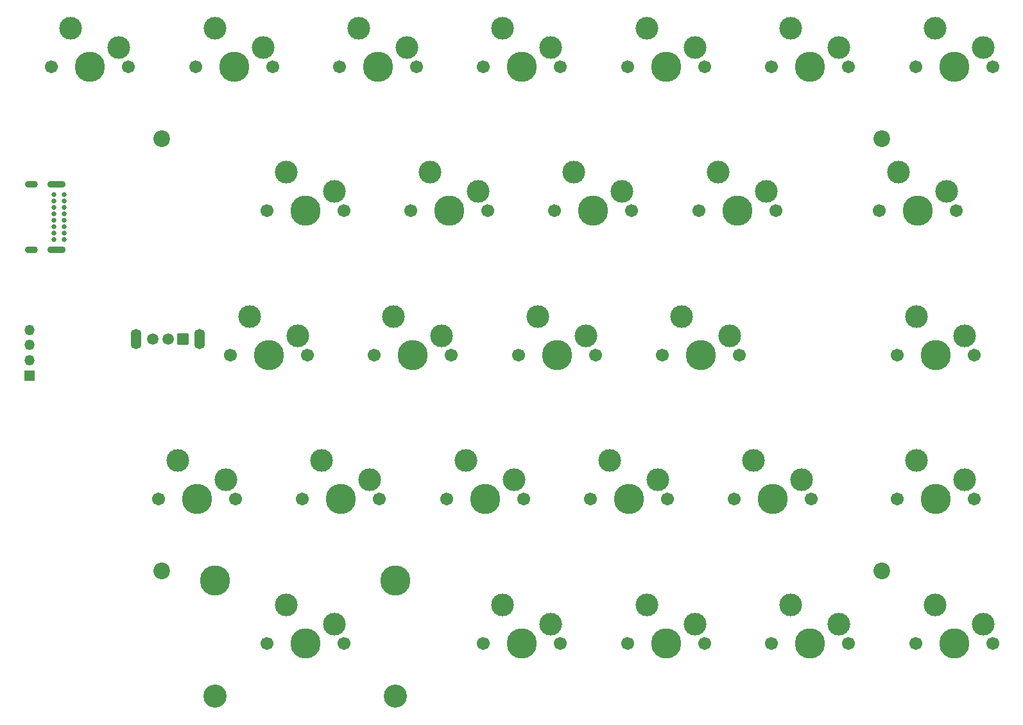
<source format=gbr>
%TF.GenerationSoftware,KiCad,Pcbnew,7.0.7*%
%TF.CreationDate,2024-02-18T16:08:08+01:00*%
%TF.ProjectId,kingslayer-28,6b696e67-736c-4617-9965-722d32382e6b,rev?*%
%TF.SameCoordinates,Original*%
%TF.FileFunction,Soldermask,Bot*%
%TF.FilePolarity,Negative*%
%FSLAX46Y46*%
G04 Gerber Fmt 4.6, Leading zero omitted, Abs format (unit mm)*
G04 Created by KiCad (PCBNEW 7.0.7) date 2024-02-18 16:08:08*
%MOMM*%
%LPD*%
G01*
G04 APERTURE LIST*
G04 Aperture macros list*
%AMRoundRect*
0 Rectangle with rounded corners*
0 $1 Rounding radius*
0 $2 $3 $4 $5 $6 $7 $8 $9 X,Y pos of 4 corners*
0 Add a 4 corners polygon primitive as box body*
4,1,4,$2,$3,$4,$5,$6,$7,$8,$9,$2,$3,0*
0 Add four circle primitives for the rounded corners*
1,1,$1+$1,$2,$3*
1,1,$1+$1,$4,$5*
1,1,$1+$1,$6,$7*
1,1,$1+$1,$8,$9*
0 Add four rect primitives between the rounded corners*
20,1,$1+$1,$2,$3,$4,$5,0*
20,1,$1+$1,$4,$5,$6,$7,0*
20,1,$1+$1,$6,$7,$8,$9,0*
20,1,$1+$1,$8,$9,$2,$3,0*%
G04 Aperture macros list end*
%ADD10C,0.650000*%
%ADD11O,2.400000X0.900000*%
%ADD12O,1.700000X0.900000*%
%ADD13R,1.350000X1.350000*%
%ADD14O,1.350000X1.350000*%
%ADD15RoundRect,0.102000X0.654000X0.654000X-0.654000X0.654000X-0.654000X-0.654000X0.654000X-0.654000X0*%
%ADD16C,1.512000*%
%ADD17O,1.434000X2.664000*%
%ADD18C,1.701800*%
%ADD19C,3.000000*%
%ADD20C,3.987800*%
%ADD21C,2.200000*%
%ADD22C,3.048000*%
G04 APERTURE END LIST*
D10*
%TO.C,USB1*%
X85652848Y-71624800D03*
X85652848Y-72474800D03*
X85652848Y-73324800D03*
X85652848Y-74174800D03*
X85652848Y-75024800D03*
X85652848Y-75874800D03*
X85652848Y-76724800D03*
X85652848Y-77574800D03*
X84327848Y-77579800D03*
X84327848Y-76729800D03*
X84327848Y-75879800D03*
X84327848Y-75029800D03*
X84327848Y-74179800D03*
X84327848Y-73329800D03*
X84327848Y-72479800D03*
X84327848Y-71624800D03*
D11*
X84672848Y-70274800D03*
D12*
X81292848Y-70274800D03*
D11*
X84672848Y-78924800D03*
D12*
X81292848Y-78924800D03*
%TD*%
D13*
%TO.C,J1*%
X81072448Y-95504000D03*
D14*
X81072448Y-93504000D03*
X81072448Y-91504000D03*
X81072448Y-89504000D03*
%TD*%
D15*
%TO.C,SW1*%
X101344048Y-90678000D03*
D16*
X99344048Y-90678000D03*
X97344048Y-90678000D03*
D17*
X103544048Y-90678000D03*
X95144048Y-90678000D03*
%TD*%
D18*
%TO.C,K9*%
X179532848Y-73800000D03*
D19*
X178262848Y-71260000D03*
D20*
X174452848Y-73800000D03*
D19*
X171912848Y-68720000D03*
D18*
X169372848Y-73800000D03*
%TD*%
%TO.C,K13*%
X205732848Y-92800000D03*
D19*
X204462848Y-90260000D03*
D20*
X200652848Y-92800000D03*
D19*
X198112848Y-87720000D03*
D18*
X195572848Y-92800000D03*
%TD*%
%TO.C,K28*%
X122532848Y-130800000D03*
D19*
X121262848Y-128260000D03*
D20*
X117452848Y-130800000D03*
D19*
X114912848Y-125720000D03*
D18*
X112372848Y-130800000D03*
%TD*%
%TO.C,K8*%
X203332848Y-73800000D03*
D19*
X202062848Y-71260000D03*
D20*
X198252848Y-73800000D03*
D19*
X195712848Y-68720000D03*
D18*
X193172848Y-73800000D03*
%TD*%
%TO.C,K17*%
X117732848Y-92800000D03*
D19*
X116462848Y-90260000D03*
D20*
X112652848Y-92800000D03*
D19*
X110112848Y-87720000D03*
D18*
X107572848Y-92800000D03*
%TD*%
D21*
%TO.C,H3*%
X98552848Y-64300000D03*
%TD*%
D18*
%TO.C,K2*%
X189132848Y-54800000D03*
D19*
X187862848Y-52260000D03*
D20*
X184052848Y-54800000D03*
D19*
X181512848Y-49720000D03*
D18*
X178972848Y-54800000D03*
%TD*%
%TO.C,K4*%
X151132848Y-54800000D03*
D19*
X149862848Y-52260000D03*
D20*
X146052848Y-54800000D03*
D19*
X143512848Y-49720000D03*
D18*
X140972848Y-54800000D03*
%TD*%
%TO.C,K3*%
X170132848Y-54800000D03*
D19*
X168862848Y-52260000D03*
D20*
X165052848Y-54800000D03*
D19*
X162512848Y-49720000D03*
D18*
X159972848Y-54800000D03*
%TD*%
%TO.C,K1*%
X208132848Y-54800000D03*
D19*
X206862848Y-52260000D03*
D20*
X203052848Y-54800000D03*
D19*
X200512848Y-49720000D03*
D18*
X197972848Y-54800000D03*
%TD*%
%TO.C,K24*%
X208132848Y-130800000D03*
D19*
X206862848Y-128260000D03*
D20*
X203052848Y-130800000D03*
D19*
X200512848Y-125720000D03*
D18*
X197972848Y-130800000D03*
%TD*%
%TO.C,K5*%
X132132848Y-54800000D03*
D19*
X130862848Y-52260000D03*
D20*
X127052848Y-54800000D03*
D19*
X124512848Y-49720000D03*
D18*
X121972848Y-54800000D03*
%TD*%
%TO.C,K12*%
X122532848Y-73800000D03*
D19*
X121262848Y-71260000D03*
D20*
X117452848Y-73800000D03*
D19*
X114912848Y-68720000D03*
D18*
X112372848Y-73800000D03*
%TD*%
%TO.C,K14*%
X174732848Y-92800000D03*
D19*
X173462848Y-90260000D03*
D20*
X169652848Y-92800000D03*
D19*
X167112848Y-87720000D03*
D18*
X164572848Y-92800000D03*
%TD*%
%TO.C,K21*%
X146232848Y-111800000D03*
D19*
X144962848Y-109260000D03*
D20*
X141152848Y-111800000D03*
D19*
X138612848Y-106720000D03*
D18*
X136072848Y-111800000D03*
%TD*%
D21*
%TO.C,H4*%
X193552848Y-121300000D03*
%TD*%
D18*
%TO.C,K10*%
X160532848Y-73800000D03*
D19*
X159262848Y-71260000D03*
D20*
X155452848Y-73800000D03*
D19*
X152912848Y-68720000D03*
D18*
X150372848Y-73800000D03*
%TD*%
%TO.C,K18*%
X205732848Y-111800000D03*
D19*
X204462848Y-109260000D03*
D20*
X200652848Y-111800000D03*
D19*
X198112848Y-106720000D03*
D18*
X195572848Y-111800000D03*
%TD*%
%TO.C,K26*%
X170132848Y-130800000D03*
D19*
X168862848Y-128260000D03*
D20*
X165052848Y-130800000D03*
D19*
X162512848Y-125720000D03*
D18*
X159972848Y-130800000D03*
%TD*%
%TO.C,K15*%
X155732848Y-92800000D03*
D19*
X154462848Y-90260000D03*
D20*
X150652848Y-92800000D03*
D19*
X148112848Y-87720000D03*
D18*
X145572848Y-92800000D03*
%TD*%
%TO.C,K20*%
X165232848Y-111800000D03*
D19*
X163962848Y-109260000D03*
D20*
X160152848Y-111800000D03*
D19*
X157612848Y-106720000D03*
D18*
X155072848Y-111800000D03*
%TD*%
%TO.C,K19*%
X184232848Y-111800000D03*
D19*
X182962848Y-109260000D03*
D20*
X179152848Y-111800000D03*
D19*
X176612848Y-106720000D03*
D18*
X174072848Y-111800000D03*
%TD*%
%TO.C,K7*%
X94132848Y-54800000D03*
D19*
X92862848Y-52260000D03*
D20*
X89052848Y-54800000D03*
D19*
X86512848Y-49720000D03*
D18*
X83972848Y-54800000D03*
%TD*%
D21*
%TO.C,H5*%
X98552848Y-121300000D03*
%TD*%
%TO.C,H2*%
X193552848Y-64300000D03*
%TD*%
D20*
%TO.C,H1*%
X105552848Y-122545000D03*
D22*
X105552848Y-137785000D03*
D20*
X129352848Y-122545000D03*
D22*
X129352848Y-137785000D03*
%TD*%
D18*
%TO.C,K16*%
X136732848Y-92800000D03*
D19*
X135462848Y-90260000D03*
D20*
X131652848Y-92800000D03*
D19*
X129112848Y-87720000D03*
D18*
X126572848Y-92800000D03*
%TD*%
%TO.C,K23*%
X108232848Y-111800000D03*
D19*
X106962848Y-109260000D03*
D20*
X103152848Y-111800000D03*
D19*
X100612848Y-106720000D03*
D18*
X98072848Y-111800000D03*
%TD*%
%TO.C,K6*%
X113132848Y-54800000D03*
D19*
X111862848Y-52260000D03*
D20*
X108052848Y-54800000D03*
D19*
X105512848Y-49720000D03*
D18*
X102972848Y-54800000D03*
%TD*%
%TO.C,K27*%
X151132848Y-130800000D03*
D19*
X149862848Y-128260000D03*
D20*
X146052848Y-130800000D03*
D19*
X143512848Y-125720000D03*
D18*
X140972848Y-130800000D03*
%TD*%
%TO.C,K11*%
X141532848Y-73800000D03*
D19*
X140262848Y-71260000D03*
D20*
X136452848Y-73800000D03*
D19*
X133912848Y-68720000D03*
D18*
X131372848Y-73800000D03*
%TD*%
%TO.C,K25*%
X189132848Y-130800000D03*
D19*
X187862848Y-128260000D03*
D20*
X184052848Y-130800000D03*
D19*
X181512848Y-125720000D03*
D18*
X178972848Y-130800000D03*
%TD*%
%TO.C,K22*%
X127232848Y-111800000D03*
D19*
X125962848Y-109260000D03*
D20*
X122152848Y-111800000D03*
D19*
X119612848Y-106720000D03*
D18*
X117072848Y-111800000D03*
%TD*%
M02*

</source>
